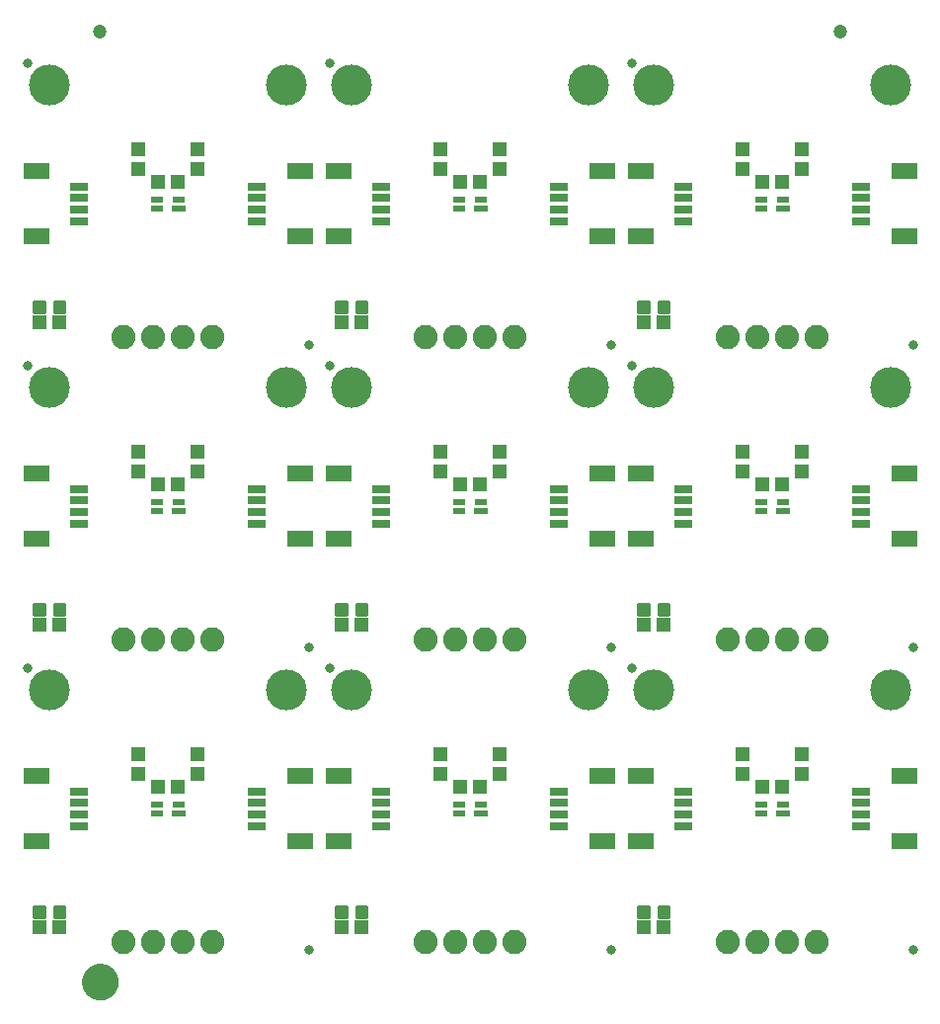
<source format=gts>
G75*
%MOIN*%
%OFA0B0*%
%FSLAX25Y25*%
%IPPOS*%
%LPD*%
%AMOC8*
5,1,8,0,0,1.08239X$1,22.5*
%
%ADD10R,0.04343X0.02178*%
%ADD11R,0.04737X0.02178*%
%ADD12R,0.05131X0.04737*%
%ADD13C,0.01421*%
%ADD14R,0.04737X0.05131*%
%ADD15R,0.08674X0.05524*%
%ADD16R,0.06115X0.03162*%
%ADD17C,0.08200*%
%ADD18C,0.13800*%
%ADD19C,0.03300*%
%ADD20C,0.04737*%
%ADD21C,0.05000*%
%ADD22C,0.06706*%
D10*
X0164593Y0098622D03*
X0164593Y0101378D03*
X0172073Y0101378D03*
X0266593Y0101378D03*
X0266593Y0098622D03*
X0274073Y0101378D03*
X0368593Y0101378D03*
X0368593Y0098622D03*
X0376073Y0101378D03*
X0368593Y0200622D03*
X0368593Y0203378D03*
X0376073Y0203378D03*
X0274073Y0203378D03*
X0266593Y0203378D03*
X0266593Y0200622D03*
X0172073Y0203378D03*
X0164593Y0203378D03*
X0164593Y0200622D03*
X0164593Y0302622D03*
X0164593Y0305378D03*
X0172073Y0305378D03*
X0266593Y0305378D03*
X0266593Y0302622D03*
X0274073Y0305378D03*
X0368593Y0305378D03*
X0368593Y0302622D03*
X0376073Y0305378D03*
D11*
X0375877Y0302622D03*
X0273877Y0302622D03*
X0171877Y0302622D03*
X0171877Y0200622D03*
X0273877Y0200622D03*
X0375877Y0200622D03*
X0375877Y0098622D03*
X0273877Y0098622D03*
X0171877Y0098622D03*
D12*
X0124987Y0060000D03*
X0131680Y0060000D03*
X0164987Y0107500D03*
X0171680Y0107500D03*
X0226987Y0060000D03*
X0233680Y0060000D03*
X0266987Y0107500D03*
X0273680Y0107500D03*
X0328987Y0060000D03*
X0335680Y0060000D03*
X0368987Y0107500D03*
X0375680Y0107500D03*
X0335680Y0162000D03*
X0328987Y0162000D03*
X0368987Y0209500D03*
X0375680Y0209500D03*
X0335680Y0264000D03*
X0328987Y0264000D03*
X0368987Y0311500D03*
X0375680Y0311500D03*
X0273680Y0311500D03*
X0266987Y0311500D03*
X0233680Y0264000D03*
X0226987Y0264000D03*
X0171680Y0311500D03*
X0164987Y0311500D03*
X0131680Y0264000D03*
X0124987Y0264000D03*
X0164987Y0209500D03*
X0171680Y0209500D03*
X0131680Y0162000D03*
X0124987Y0162000D03*
X0226987Y0162000D03*
X0233680Y0162000D03*
X0266987Y0209500D03*
X0273680Y0209500D03*
D13*
X0232128Y0168658D02*
X0232128Y0165342D01*
X0232128Y0168658D02*
X0235444Y0168658D01*
X0235444Y0165342D01*
X0232128Y0165342D01*
X0232128Y0166762D02*
X0235444Y0166762D01*
X0235444Y0168182D02*
X0232128Y0168182D01*
X0225223Y0168658D02*
X0225223Y0165342D01*
X0225223Y0168658D02*
X0228539Y0168658D01*
X0228539Y0165342D01*
X0225223Y0165342D01*
X0225223Y0166762D02*
X0228539Y0166762D01*
X0228539Y0168182D02*
X0225223Y0168182D01*
X0130128Y0168658D02*
X0130128Y0165342D01*
X0130128Y0168658D02*
X0133444Y0168658D01*
X0133444Y0165342D01*
X0130128Y0165342D01*
X0130128Y0166762D02*
X0133444Y0166762D01*
X0133444Y0168182D02*
X0130128Y0168182D01*
X0123223Y0168658D02*
X0123223Y0165342D01*
X0123223Y0168658D02*
X0126539Y0168658D01*
X0126539Y0165342D01*
X0123223Y0165342D01*
X0123223Y0166762D02*
X0126539Y0166762D01*
X0126539Y0168182D02*
X0123223Y0168182D01*
X0123223Y0267342D02*
X0123223Y0270658D01*
X0126539Y0270658D01*
X0126539Y0267342D01*
X0123223Y0267342D01*
X0123223Y0268762D02*
X0126539Y0268762D01*
X0126539Y0270182D02*
X0123223Y0270182D01*
X0130128Y0270658D02*
X0130128Y0267342D01*
X0130128Y0270658D02*
X0133444Y0270658D01*
X0133444Y0267342D01*
X0130128Y0267342D01*
X0130128Y0268762D02*
X0133444Y0268762D01*
X0133444Y0270182D02*
X0130128Y0270182D01*
X0225223Y0270658D02*
X0225223Y0267342D01*
X0225223Y0270658D02*
X0228539Y0270658D01*
X0228539Y0267342D01*
X0225223Y0267342D01*
X0225223Y0268762D02*
X0228539Y0268762D01*
X0228539Y0270182D02*
X0225223Y0270182D01*
X0232128Y0270658D02*
X0232128Y0267342D01*
X0232128Y0270658D02*
X0235444Y0270658D01*
X0235444Y0267342D01*
X0232128Y0267342D01*
X0232128Y0268762D02*
X0235444Y0268762D01*
X0235444Y0270182D02*
X0232128Y0270182D01*
X0327223Y0270658D02*
X0327223Y0267342D01*
X0327223Y0270658D02*
X0330539Y0270658D01*
X0330539Y0267342D01*
X0327223Y0267342D01*
X0327223Y0268762D02*
X0330539Y0268762D01*
X0330539Y0270182D02*
X0327223Y0270182D01*
X0334128Y0270658D02*
X0334128Y0267342D01*
X0334128Y0270658D02*
X0337444Y0270658D01*
X0337444Y0267342D01*
X0334128Y0267342D01*
X0334128Y0268762D02*
X0337444Y0268762D01*
X0337444Y0270182D02*
X0334128Y0270182D01*
X0334128Y0168658D02*
X0334128Y0165342D01*
X0334128Y0168658D02*
X0337444Y0168658D01*
X0337444Y0165342D01*
X0334128Y0165342D01*
X0334128Y0166762D02*
X0337444Y0166762D01*
X0337444Y0168182D02*
X0334128Y0168182D01*
X0327223Y0168658D02*
X0327223Y0165342D01*
X0327223Y0168658D02*
X0330539Y0168658D01*
X0330539Y0165342D01*
X0327223Y0165342D01*
X0327223Y0166762D02*
X0330539Y0166762D01*
X0330539Y0168182D02*
X0327223Y0168182D01*
X0327223Y0066658D02*
X0327223Y0063342D01*
X0327223Y0066658D02*
X0330539Y0066658D01*
X0330539Y0063342D01*
X0327223Y0063342D01*
X0327223Y0064762D02*
X0330539Y0064762D01*
X0330539Y0066182D02*
X0327223Y0066182D01*
X0334128Y0066658D02*
X0334128Y0063342D01*
X0334128Y0066658D02*
X0337444Y0066658D01*
X0337444Y0063342D01*
X0334128Y0063342D01*
X0334128Y0064762D02*
X0337444Y0064762D01*
X0337444Y0066182D02*
X0334128Y0066182D01*
X0232128Y0066658D02*
X0232128Y0063342D01*
X0232128Y0066658D02*
X0235444Y0066658D01*
X0235444Y0063342D01*
X0232128Y0063342D01*
X0232128Y0064762D02*
X0235444Y0064762D01*
X0235444Y0066182D02*
X0232128Y0066182D01*
X0225223Y0066658D02*
X0225223Y0063342D01*
X0225223Y0066658D02*
X0228539Y0066658D01*
X0228539Y0063342D01*
X0225223Y0063342D01*
X0225223Y0064762D02*
X0228539Y0064762D01*
X0228539Y0066182D02*
X0225223Y0066182D01*
X0130128Y0066658D02*
X0130128Y0063342D01*
X0130128Y0066658D02*
X0133444Y0066658D01*
X0133444Y0063342D01*
X0130128Y0063342D01*
X0130128Y0064762D02*
X0133444Y0064762D01*
X0133444Y0066182D02*
X0130128Y0066182D01*
X0123223Y0066658D02*
X0123223Y0063342D01*
X0123223Y0066658D02*
X0126539Y0066658D01*
X0126539Y0063342D01*
X0123223Y0063342D01*
X0123223Y0064762D02*
X0126539Y0064762D01*
X0126539Y0066182D02*
X0123223Y0066182D01*
D14*
X0158333Y0111654D03*
X0158333Y0118346D03*
X0178333Y0118346D03*
X0178333Y0111654D03*
X0260333Y0111654D03*
X0260333Y0118346D03*
X0280333Y0118346D03*
X0280333Y0111654D03*
X0362333Y0111654D03*
X0362333Y0118346D03*
X0382333Y0118346D03*
X0382333Y0111654D03*
X0382333Y0213654D03*
X0382333Y0220346D03*
X0362333Y0220346D03*
X0362333Y0213654D03*
X0280333Y0213654D03*
X0280333Y0220346D03*
X0260333Y0220346D03*
X0260333Y0213654D03*
X0178333Y0213654D03*
X0178333Y0220346D03*
X0158333Y0220346D03*
X0158333Y0213654D03*
X0158333Y0315654D03*
X0158333Y0322346D03*
X0178333Y0322346D03*
X0178333Y0315654D03*
X0260333Y0315654D03*
X0260333Y0322346D03*
X0280333Y0322346D03*
X0280333Y0315654D03*
X0362333Y0315654D03*
X0362333Y0322346D03*
X0382333Y0322346D03*
X0382333Y0315654D03*
D15*
X0416802Y0315024D03*
X0416802Y0292976D03*
X0327865Y0292976D03*
X0314802Y0292976D03*
X0314802Y0315024D03*
X0327865Y0315024D03*
X0225865Y0315024D03*
X0212802Y0315024D03*
X0212802Y0292976D03*
X0225865Y0292976D03*
X0123865Y0292976D03*
X0123865Y0315024D03*
X0123865Y0213024D03*
X0123865Y0190976D03*
X0212802Y0190976D03*
X0225865Y0190976D03*
X0225865Y0213024D03*
X0212802Y0213024D03*
X0314802Y0213024D03*
X0327865Y0213024D03*
X0327865Y0190976D03*
X0314802Y0190976D03*
X0416802Y0190976D03*
X0416802Y0213024D03*
X0416802Y0111024D03*
X0416802Y0088976D03*
X0327865Y0088976D03*
X0314802Y0088976D03*
X0314802Y0111024D03*
X0327865Y0111024D03*
X0225865Y0111024D03*
X0212802Y0111024D03*
X0212802Y0088976D03*
X0225865Y0088976D03*
X0123865Y0088976D03*
X0123865Y0111024D03*
D16*
X0138333Y0105906D03*
X0138333Y0101969D03*
X0138333Y0098031D03*
X0138333Y0094094D03*
X0198333Y0094094D03*
X0198333Y0098031D03*
X0198333Y0101969D03*
X0198333Y0105906D03*
X0240333Y0105906D03*
X0240333Y0101969D03*
X0240333Y0098031D03*
X0240333Y0094094D03*
X0300333Y0094094D03*
X0300333Y0098031D03*
X0300333Y0101969D03*
X0300333Y0105906D03*
X0342333Y0105906D03*
X0342333Y0101969D03*
X0342333Y0098031D03*
X0342333Y0094094D03*
X0402333Y0094094D03*
X0402333Y0098031D03*
X0402333Y0101969D03*
X0402333Y0105906D03*
X0402333Y0196094D03*
X0402333Y0200031D03*
X0402333Y0203969D03*
X0402333Y0207906D03*
X0342333Y0207906D03*
X0342333Y0203969D03*
X0342333Y0200031D03*
X0342333Y0196094D03*
X0300333Y0196094D03*
X0300333Y0200031D03*
X0300333Y0203969D03*
X0300333Y0207906D03*
X0240333Y0207906D03*
X0240333Y0203969D03*
X0240333Y0200031D03*
X0240333Y0196094D03*
X0198333Y0196094D03*
X0198333Y0200031D03*
X0198333Y0203969D03*
X0198333Y0207906D03*
X0138333Y0207906D03*
X0138333Y0203969D03*
X0138333Y0200031D03*
X0138333Y0196094D03*
X0138333Y0298094D03*
X0138333Y0302031D03*
X0138333Y0305969D03*
X0138333Y0309906D03*
X0198333Y0309906D03*
X0198333Y0305969D03*
X0198333Y0302031D03*
X0198333Y0298094D03*
X0240333Y0298094D03*
X0240333Y0302031D03*
X0240333Y0305969D03*
X0240333Y0309906D03*
X0300333Y0309906D03*
X0300333Y0305969D03*
X0300333Y0302031D03*
X0300333Y0298094D03*
X0342333Y0298094D03*
X0342333Y0302031D03*
X0342333Y0305969D03*
X0342333Y0309906D03*
X0402333Y0309906D03*
X0402333Y0305969D03*
X0402333Y0302031D03*
X0402333Y0298094D03*
D17*
X0387333Y0259000D03*
X0377333Y0259000D03*
X0367333Y0259000D03*
X0357333Y0259000D03*
X0285333Y0259000D03*
X0275333Y0259000D03*
X0265333Y0259000D03*
X0255333Y0259000D03*
X0183333Y0259000D03*
X0173333Y0259000D03*
X0163333Y0259000D03*
X0153333Y0259000D03*
X0153333Y0157000D03*
X0163333Y0157000D03*
X0173333Y0157000D03*
X0183333Y0157000D03*
X0255333Y0157000D03*
X0265333Y0157000D03*
X0275333Y0157000D03*
X0285333Y0157000D03*
X0357333Y0157000D03*
X0367333Y0157000D03*
X0377333Y0157000D03*
X0387333Y0157000D03*
X0387333Y0055000D03*
X0377333Y0055000D03*
X0367333Y0055000D03*
X0357333Y0055000D03*
X0285333Y0055000D03*
X0275333Y0055000D03*
X0265333Y0055000D03*
X0255333Y0055000D03*
X0183333Y0055000D03*
X0173333Y0055000D03*
X0163333Y0055000D03*
X0153333Y0055000D03*
D18*
X0128333Y0140000D03*
X0208333Y0140000D03*
X0230333Y0140000D03*
X0310333Y0140000D03*
X0332333Y0140000D03*
X0412333Y0140000D03*
X0412333Y0242000D03*
X0332333Y0242000D03*
X0310333Y0242000D03*
X0230333Y0242000D03*
X0208333Y0242000D03*
X0128333Y0242000D03*
X0128333Y0344000D03*
X0208333Y0344000D03*
X0230333Y0344000D03*
X0310333Y0344000D03*
X0332333Y0344000D03*
X0412333Y0344000D03*
D19*
X0324833Y0351500D03*
X0222833Y0351500D03*
X0120833Y0351500D03*
X0215833Y0256500D03*
X0222833Y0249500D03*
X0317833Y0256500D03*
X0324833Y0249500D03*
X0419833Y0256500D03*
X0419833Y0154500D03*
X0324833Y0147500D03*
X0317833Y0154500D03*
X0222833Y0147500D03*
X0215833Y0154500D03*
X0120833Y0147500D03*
X0215833Y0052500D03*
X0317833Y0052500D03*
X0419833Y0052500D03*
X0120833Y0249500D03*
D20*
X0145333Y0362250D03*
X0395333Y0362250D03*
D21*
X0141768Y0041750D02*
X0141770Y0041869D01*
X0141776Y0041988D01*
X0141786Y0042107D01*
X0141800Y0042225D01*
X0141818Y0042343D01*
X0141839Y0042460D01*
X0141865Y0042576D01*
X0141895Y0042692D01*
X0141928Y0042806D01*
X0141965Y0042919D01*
X0142006Y0043031D01*
X0142051Y0043142D01*
X0142099Y0043251D01*
X0142151Y0043358D01*
X0142207Y0043463D01*
X0142266Y0043567D01*
X0142328Y0043668D01*
X0142394Y0043768D01*
X0142463Y0043865D01*
X0142535Y0043959D01*
X0142611Y0044052D01*
X0142689Y0044141D01*
X0142770Y0044228D01*
X0142855Y0044313D01*
X0142942Y0044394D01*
X0143031Y0044472D01*
X0143124Y0044548D01*
X0143218Y0044620D01*
X0143315Y0044689D01*
X0143415Y0044755D01*
X0143516Y0044817D01*
X0143620Y0044876D01*
X0143725Y0044932D01*
X0143832Y0044984D01*
X0143941Y0045032D01*
X0144052Y0045077D01*
X0144164Y0045118D01*
X0144277Y0045155D01*
X0144391Y0045188D01*
X0144507Y0045218D01*
X0144623Y0045244D01*
X0144740Y0045265D01*
X0144858Y0045283D01*
X0144976Y0045297D01*
X0145095Y0045307D01*
X0145214Y0045313D01*
X0145333Y0045315D01*
X0145452Y0045313D01*
X0145571Y0045307D01*
X0145690Y0045297D01*
X0145808Y0045283D01*
X0145926Y0045265D01*
X0146043Y0045244D01*
X0146159Y0045218D01*
X0146275Y0045188D01*
X0146389Y0045155D01*
X0146502Y0045118D01*
X0146614Y0045077D01*
X0146725Y0045032D01*
X0146834Y0044984D01*
X0146941Y0044932D01*
X0147046Y0044876D01*
X0147150Y0044817D01*
X0147251Y0044755D01*
X0147351Y0044689D01*
X0147448Y0044620D01*
X0147542Y0044548D01*
X0147635Y0044472D01*
X0147724Y0044394D01*
X0147811Y0044313D01*
X0147896Y0044228D01*
X0147977Y0044141D01*
X0148055Y0044052D01*
X0148131Y0043959D01*
X0148203Y0043865D01*
X0148272Y0043768D01*
X0148338Y0043668D01*
X0148400Y0043567D01*
X0148459Y0043463D01*
X0148515Y0043358D01*
X0148567Y0043251D01*
X0148615Y0043142D01*
X0148660Y0043031D01*
X0148701Y0042919D01*
X0148738Y0042806D01*
X0148771Y0042692D01*
X0148801Y0042576D01*
X0148827Y0042460D01*
X0148848Y0042343D01*
X0148866Y0042225D01*
X0148880Y0042107D01*
X0148890Y0041988D01*
X0148896Y0041869D01*
X0148898Y0041750D01*
X0148896Y0041631D01*
X0148890Y0041512D01*
X0148880Y0041393D01*
X0148866Y0041275D01*
X0148848Y0041157D01*
X0148827Y0041040D01*
X0148801Y0040924D01*
X0148771Y0040808D01*
X0148738Y0040694D01*
X0148701Y0040581D01*
X0148660Y0040469D01*
X0148615Y0040358D01*
X0148567Y0040249D01*
X0148515Y0040142D01*
X0148459Y0040037D01*
X0148400Y0039933D01*
X0148338Y0039832D01*
X0148272Y0039732D01*
X0148203Y0039635D01*
X0148131Y0039541D01*
X0148055Y0039448D01*
X0147977Y0039359D01*
X0147896Y0039272D01*
X0147811Y0039187D01*
X0147724Y0039106D01*
X0147635Y0039028D01*
X0147542Y0038952D01*
X0147448Y0038880D01*
X0147351Y0038811D01*
X0147251Y0038745D01*
X0147150Y0038683D01*
X0147046Y0038624D01*
X0146941Y0038568D01*
X0146834Y0038516D01*
X0146725Y0038468D01*
X0146614Y0038423D01*
X0146502Y0038382D01*
X0146389Y0038345D01*
X0146275Y0038312D01*
X0146159Y0038282D01*
X0146043Y0038256D01*
X0145926Y0038235D01*
X0145808Y0038217D01*
X0145690Y0038203D01*
X0145571Y0038193D01*
X0145452Y0038187D01*
X0145333Y0038185D01*
X0145214Y0038187D01*
X0145095Y0038193D01*
X0144976Y0038203D01*
X0144858Y0038217D01*
X0144740Y0038235D01*
X0144623Y0038256D01*
X0144507Y0038282D01*
X0144391Y0038312D01*
X0144277Y0038345D01*
X0144164Y0038382D01*
X0144052Y0038423D01*
X0143941Y0038468D01*
X0143832Y0038516D01*
X0143725Y0038568D01*
X0143620Y0038624D01*
X0143516Y0038683D01*
X0143415Y0038745D01*
X0143315Y0038811D01*
X0143218Y0038880D01*
X0143124Y0038952D01*
X0143031Y0039028D01*
X0142942Y0039106D01*
X0142855Y0039187D01*
X0142770Y0039272D01*
X0142689Y0039359D01*
X0142611Y0039448D01*
X0142535Y0039541D01*
X0142463Y0039635D01*
X0142394Y0039732D01*
X0142328Y0039832D01*
X0142266Y0039933D01*
X0142207Y0040037D01*
X0142151Y0040142D01*
X0142099Y0040249D01*
X0142051Y0040358D01*
X0142006Y0040469D01*
X0141965Y0040581D01*
X0141928Y0040694D01*
X0141895Y0040808D01*
X0141865Y0040924D01*
X0141839Y0041040D01*
X0141818Y0041157D01*
X0141800Y0041275D01*
X0141786Y0041393D01*
X0141776Y0041512D01*
X0141770Y0041631D01*
X0141768Y0041750D01*
D22*
X0145333Y0041750D03*
M02*

</source>
